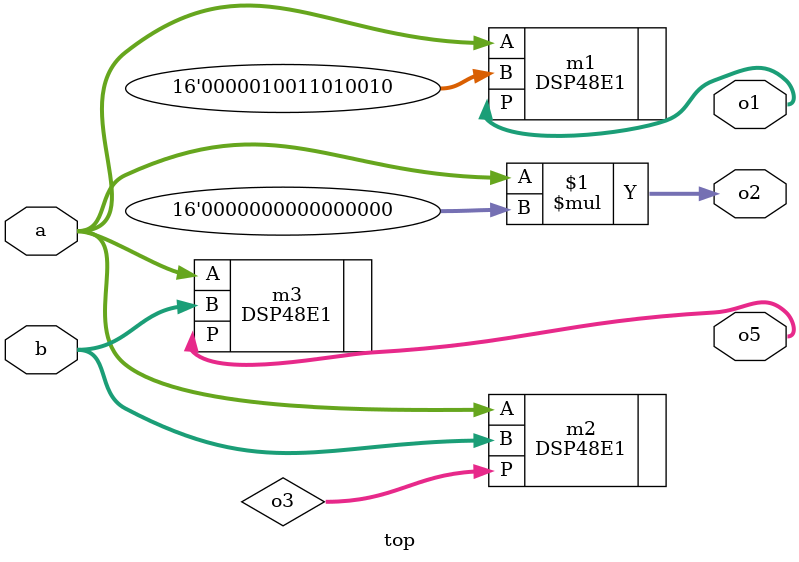
<source format=v>
module top(input [24:0] a, input [17:0] b, output [42:0] o1, o2, o5);
DSP48E1 m1 (.A(a), .B(16'd1234), .P(o1));
assign o2 = a * 16'd0;
wire [42:0] o3, o4;
DSP48E1 m2 (.A(a), .B(b), .P(o3));
assign o4 = a * b;
DSP48E1 m3 (.A(a), .B(b), .P(o5));
endmodule

</source>
